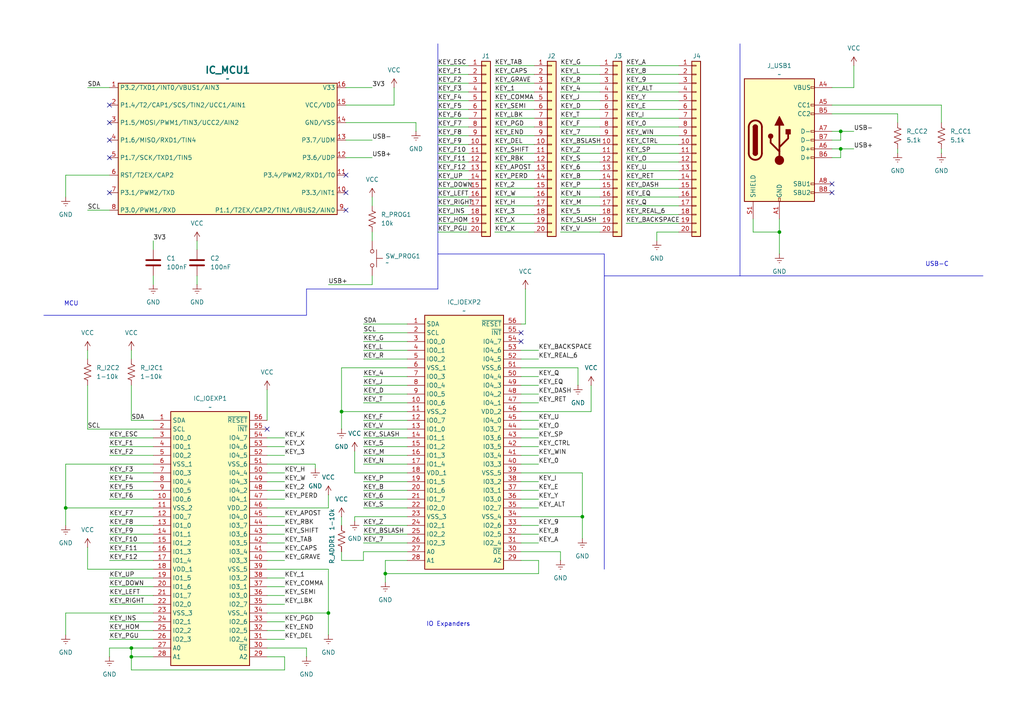
<source format=kicad_sch>
(kicad_sch (version 20231120) (generator "eeschema") (generator_version "8.0")
  (paper "A4")
  (title_block (title "PS-OHK Control Board") (date "2024-06-25") (rev "3") (company "Polymath-Studio"))
  (lib_symbols
    (symbol "Connector:USB_C_Receptacle_USB2.0_16P" (pin_names (offset 1.016))
      (property "Reference" "J" (at 0 22.225 0))
      (property "Value" "USB_C_Receptacle_USB2.0_16P" (at 0 19.685 0))
      (symbol "USB_C_Receptacle_USB2.0_16P_0_0"
        (rectangle (start -0.254 -17.78) (end 0.254 -16.764))
        (rectangle (start 10.16 -14.986) (end 9.144 -15.494))
        (rectangle (start 10.16 -12.446) (end 9.144 -12.954))
        (rectangle (start 10.16 -4.826) (end 9.144 -5.334))
        (rectangle (start 10.16 -2.286) (end 9.144 -2.794))
        (rectangle (start 10.16 0.254) (end 9.144 -0.254))
        (rectangle (start 10.16 2.794) (end 9.144 2.286))
        (rectangle (start 10.16 7.874) (end 9.144 7.366))
        (rectangle (start 10.16 10.414) (end 9.144 9.906))
        (rectangle (start 10.16 15.494) (end 9.144 14.986))
      )
      (symbol "USB_C_Receptacle_USB2.0_16P_0_1"
        (rectangle (start -10.16 17.78) (end 10.16 -17.78) (stroke (width 0.254)) (fill (type background)))
        (arc (start -8.89 -3.81) (mid -6.985 -5.7067) (end -5.08 -3.81) (stroke (width 0.508)))
        (arc (start -7.62 -3.81) (mid -6.985 -4.4423) (end -6.35 -3.81) (stroke (width 0.254)))
        (arc (start -7.62 -3.81) (mid -6.985 -4.4423) (end -6.35 -3.81) (stroke (width 0.254)) (fill (type outline)))
        (rectangle (start -7.62 -3.81) (end -6.35 3.81) (stroke (width 0.254)) (fill (type outline)))
        (arc (start -6.35 3.81) (mid -6.985 4.4423) (end -7.62 3.81) (stroke (width 0.254)))
        (arc (start -6.35 3.81) (mid -6.985 4.4423) (end -7.62 3.81) (stroke (width 0.254)) (fill (type outline)))
        (arc (start -5.08 3.81) (mid -6.985 5.7067) (end -8.89 3.81) (stroke (width 0.508)))
        (circle (center -2.54 1.143) (radius 0.635) (stroke (width 0.254)) (fill (type outline)))
        (circle (center 0 -5.842) (radius 1.27) (fill (type outline)))
        (polyline (pts (xy -8.89 -3.81) (xy -8.89 3.81)) (stroke (width 0.508)))
        (polyline (pts (xy -5.08 3.81) (xy -5.08 -3.81)) (stroke (width 0.508)))
        (polyline (pts (xy 0 -5.842) (xy 0 4.318)) (stroke (width 0.508)))
        (polyline (pts (xy 0 -3.302) (xy -2.54 -0.762) (xy -2.54 0.508)) (stroke (width 0.508)))
        (polyline (pts (xy 0 -2.032) (xy 2.54 0.508) (xy 2.54 1.778)) (stroke (width 0.508)))
        (polyline (pts (xy -1.27 4.318) (xy 0 6.858) (xy 1.27 4.318) (xy -1.27 4.318)) (stroke (width 0.254)) (fill (type outline)))
        (rectangle (start 1.905 1.778) (end 3.175 3.048) (stroke (width 0.254)) (fill (type outline)))
      )
      (symbol "USB_C_Receptacle_USB2.0_16P_1_1"
        (pin passive line (at 0 -22.86 90) (length 5.08) (name "GND") (number "A1"))
        (pin passive line (at 0 -22.86 90) (length 5.08) hide (name "GND") (number "A12"))
        (pin passive line (at 15.24 15.24 180) (length 5.08) (name "VBUS") (number "A4"))
        (pin bidirectional line (at 15.24 10.16 180) (length 5.08) (name "CC1") (number "A5"))
        (pin bidirectional line (at 15.24 -2.54 180) (length 5.08) (name "D+") (number "A6"))
        (pin bidirectional line (at 15.24 2.54 180) (length 5.08) (name "D-") (number "A7"))
        (pin bidirectional line (at 15.24 -12.7 180) (length 5.08) (name "SBU1") (number "A8"))
        (pin passive line (at 15.24 15.24 180) (length 5.08) hide (name "VBUS") (number "A9"))
        (pin passive line (at 0 -22.86 90) (length 5.08) hide (name "GND") (number "B1"))
        (pin passive line (at 0 -22.86 90) (length 5.08) hide (name "GND") (number "B12"))
        (pin passive line (at 15.24 15.24 180) (length 5.08) hide (name "VBUS") (number "B4"))
        (pin bidirectional line (at 15.24 7.62 180) (length 5.08) (name "CC2") (number "B5"))
        (pin bidirectional line (at 15.24 -5.08 180) (length 5.08) (name "D+") (number "B6"))
        (pin bidirectional line (at 15.24 0 180) (length 5.08) (name "D-") (number "B7"))
        (pin bidirectional line (at 15.24 -15.24 180) (length 5.08) (name "SBU2") (number "B8"))
        (pin passive line (at 15.24 15.24 180) (length 5.08) hide (name "VBUS") (number "B9"))
        (pin passive line (at -7.62 -22.86 90) (length 5.08) (name "SHIELD") (number "S1"))
      )
    )
    (symbol "Connector_Generic:Conn_01x20" (pin_names (offset 1.016) hide)
      (property "Reference" "J" (at 0 25.4 0))
      (property "Value" "Conn_01x20" (at 0 -27.94 0))
      (symbol "Conn_01x20_1_1"
        (rectangle (start -1.27 -25.273) (end 0 -25.527) (stroke (width 0.1524)))
        (rectangle (start -1.27 -22.733) (end 0 -22.987) (stroke (width 0.1524)))
        (rectangle (start -1.27 -20.193) (end 0 -20.447) (stroke (width 0.1524)))
        (rectangle (start -1.27 -17.653) (end 0 -17.907) (stroke (width 0.1524)))
        (rectangle (start -1.27 -15.113) (end 0 -15.367) (stroke (width 0.1524)))
        (rectangle (start -1.27 -12.573) (end 0 -12.827) (stroke (width 0.1524)))
        (rectangle (start -1.27 -10.033) (end 0 -10.287) (stroke (width 0.1524)))
        (rectangle (start -1.27 -7.493) (end 0 -7.747) (stroke (width 0.1524)))
        (rectangle (start -1.27 -4.953) (end 0 -5.207) (stroke (width 0.1524)))
        (rectangle (start -1.27 -2.413) (end 0 -2.667) (stroke (width 0.1524)))
        (rectangle (start -1.27 0.127) (end 0 -0.127) (stroke (width 0.1524)))
        (rectangle (start -1.27 2.667) (end 0 2.413) (stroke (width 0.1524)))
        (rectangle (start -1.27 5.207) (end 0 4.953) (stroke (width 0.1524)))
        (rectangle (start -1.27 7.747) (end 0 7.493) (stroke (width 0.1524)))
        (rectangle (start -1.27 10.287) (end 0 10.033) (stroke (width 0.1524)))
        (rectangle (start -1.27 12.827) (end 0 12.573) (stroke (width 0.1524)))
        (rectangle (start -1.27 15.367) (end 0 15.113) (stroke (width 0.1524)))
        (rectangle (start -1.27 17.907) (end 0 17.653) (stroke (width 0.1524)))
        (rectangle (start -1.27 20.447) (end 0 20.193) (stroke (width 0.1524)))
        (rectangle (start -1.27 22.987) (end 0 22.733) (stroke (width 0.1524)))
        (rectangle (start -1.27 24.13) (end 1.27 -26.67) (stroke (width 0.254)) (fill (type background)))
        (pin passive line (at -5.08 22.86 0) (length 3.81) (name "Pin_1") (number "1"))
        (pin passive line (at -5.08 0 0) (length 3.81) (name "Pin_10") (number "10"))
        (pin passive line (at -5.08 -2.54 0) (length 3.81) (name "Pin_11") (number "11"))
        (pin passive line (at -5.08 -5.08 0) (length 3.81) (name "Pin_12") (number "12"))
        (pin passive line (at -5.08 -7.62 0) (length 3.81) (name "Pin_13") (number "13"))
        (pin passive line (at -5.08 -10.16 0) (length 3.81) (name "Pin_14") (number "14"))
        (pin passive line (at -5.08 -12.7 0) (length 3.81) (name "Pin_15") (number "15"))
        (pin passive line (at -5.08 -15.24 0) (length 3.81) (name "Pin_16") (number "16"))
        (pin passive line (at -5.08 -17.78 0) (length 3.81) (name "Pin_17") (number "17"))
        (pin passive line (at -5.08 -20.32 0) (length 3.81) (name "Pin_18") (number "18"))
        (pin passive line (at -5.08 -22.86 0) (length 3.81) (name "Pin_19") (number "19"))
        (pin passive line (at -5.08 20.32 0) (length 3.81) (name "Pin_2") (number "2"))
        (pin passive line (at -5.08 -25.4 0) (length 3.81) (name "Pin_20") (number "20"))
        (pin passive line (at -5.08 17.78 0) (length 3.81) (name "Pin_3") (number "3"))
        (pin passive line (at -5.08 15.24 0) (length 3.81) (name "Pin_4") (number "4"))
        (pin passive line (at -5.08 12.7 0) (length 3.81) (name "Pin_5") (number "5"))
        (pin passive line (at -5.08 10.16 0) (length 3.81) (name "Pin_6") (number "6"))
        (pin passive line (at -5.08 7.62 0) (length 3.81) (name "Pin_7") (number "7"))
        (pin passive line (at -5.08 5.08 0) (length 3.81) (name "Pin_8") (number "8"))
        (pin passive line (at -5.08 2.54 0) (length 3.81) (name "Pin_9") (number "9"))
      )
    )
    (symbol "Device:C" (pin_numbers hide) (pin_names (offset 0.254))
      (property "Reference" "C" (at 0.635 2.54 0))
      (property "Value" "C" (at 0.635 -2.54 0))
      (symbol "C_0_1"
        (polyline (pts (xy -2.032 -0.762) (xy 2.032 -0.762)) (stroke (width 0.508)))
        (polyline (pts (xy -2.032 0.762) (xy 2.032 0.762)) (stroke (width 0.508)))
      )
      (symbol "C_1_1"
        (pin passive line (at 0 3.81 270) (length 2.794) (name "~") (number "1"))
        (pin passive line (at 0 -3.81 90) (length 2.794) (name "~") (number "2"))
      )
    )
    (symbol "Device:R_US" (pin_numbers hide) (pin_names (offset 0))
      (property "Reference" "R" (at 2.54 0 90))
      (property "Value" "R_US" (at -2.54 0 90))
      (symbol "R_US_0_1"
        (polyline (pts (xy 0 -2.286) (xy 0 -2.54)))
        (polyline (pts (xy 0 2.286) (xy 0 2.54)))
        (polyline (pts (xy 0 -0.762) (xy 1.016 -1.143) (xy 0 -1.524) (xy -1.016 -1.905) (xy 0 -2.286)))
        (polyline (pts (xy 0 0.762) (xy 1.016 0.381) (xy 0 0) (xy -1.016 -0.381) (xy 0 -0.762)))
        (polyline (pts (xy 0 2.286) (xy 1.016 1.905) (xy 0 1.524) (xy -1.016 1.143) (xy 0 0.762)))
      )
      (symbol "R_US_1_1"
        (pin passive line (at 0 3.81 270) (length 1.27) (name "~") (number "1"))
        (pin passive line (at 0 -3.81 90) (length 1.27) (name "~") (number "2"))
      )
    )
    (symbol "PCA9505DGGY:PCA9505DGGY"
      (property "Reference" "IC" (at 29.21 7.62 0))
      (property "Value" "PCA9505DGGY" (at 29.21 5.08 0))
      (symbol "PCA9505DGGY_1_1"
        (rectangle (start 5.08 2.54) (end 27.94 -71.12) (stroke (width 0.254)) (fill (type background)))
        (pin passive line (at 0 0 0) (length 5.08) (name "SDA") (number "1"))
        (pin passive line (at 0 -22.86 0) (length 5.08) (name "IO0_6") (number "10"))
        (pin passive line (at 0 -25.4 0) (length 5.08) (name "VSS_2") (number "11"))
        (pin passive line (at 0 -27.94 0) (length 5.08) (name "IO0_7") (number "12"))
        (pin passive line (at 0 -30.48 0) (length 5.08) (name "IO1_0") (number "13"))
        (pin passive line (at 0 -33.02 0) (length 5.08) (name "IO1_1") (number "14"))
        (pin passive line (at 0 -35.56 0) (length 5.08) (name "IO1_2") (number "15"))
        (pin passive line (at 0 -38.1 0) (length 5.08) (name "IO1_3") (number "16"))
        (pin passive line (at 0 -40.64 0) (length 5.08) (name "IO1_4") (number "17"))
        (pin passive line (at 0 -43.18 0) (length 5.08) (name "VDD_1") (number "18"))
        (pin passive line (at 0 -45.72 0) (length 5.08) (name "IO1_5") (number "19"))
        (pin passive line (at 0 -2.54 0) (length 5.08) (name "SCL") (number "2"))
        (pin passive line (at 0 -48.26 0) (length 5.08) (name "IO1_6") (number "20"))
        (pin passive line (at 0 -50.8 0) (length 5.08) (name "IO1_7") (number "21"))
        (pin passive line (at 0 -53.34 0) (length 5.08) (name "IO2_0") (number "22"))
        (pin passive line (at 0 -55.88 0) (length 5.08) (name "VSS_3") (number "23"))
        (pin passive line (at 0 -58.42 0) (length 5.08) (name "IO2_1") (number "24"))
        (pin passive line (at 0 -60.96 0) (length 5.08) (name "IO2_2") (number "25"))
        (pin passive line (at 0 -63.5 0) (length 5.08) (name "IO2_3") (number "26"))
        (pin passive line (at 0 -66.04 0) (length 5.08) (name "A0") (number "27"))
        (pin passive line (at 0 -68.58 0) (length 5.08) (name "A1") (number "28"))
        (pin passive line (at 33.02 -68.58 180) (length 5.08) (name "A2") (number "29"))
        (pin passive line (at 0 -5.08 0) (length 5.08) (name "IO0_0") (number "3"))
        (pin passive line (at 33.02 -66.04 180) (length 5.08) (name "~{OE}") (number "30"))
        (pin passive line (at 33.02 -63.5 180) (length 5.08) (name "IO2_4") (number "31"))
        (pin passive line (at 33.02 -60.96 180) (length 5.08) (name "IO2_5") (number "32"))
        (pin passive line (at 33.02 -58.42 180) (length 5.08) (name "IO2_6") (number "33"))
        (pin passive line (at 33.02 -55.88 180) (length 5.08) (name "VSS_4") (number "34"))
        (pin passive line (at 33.02 -53.34 180) (length 5.08) (name "IO2_7") (number "35"))
        (pin passive line (at 33.02 -50.8 180) (length 5.08) (name "IO3_0") (number "36"))
        (pin passive line (at 33.02 -48.26 180) (length 5.08) (name "IO3_1") (number "37"))
        (pin passive line (at 33.02 -45.72 180) (length 5.08) (name "IO3_2") (number "38"))
        (pin passive line (at 33.02 -43.18 180) (length 5.08) (name "VSS_5") (number "39"))
        (pin passive line (at 0 -7.62 0) (length 5.08) (name "IO0_1") (number "4"))
        (pin passive line (at 33.02 -40.64 180) (length 5.08) (name "IO3_3") (number "40"))
        (pin passive line (at 33.02 -38.1 180) (length 5.08) (name "IO3_4") (number "41"))
        (pin passive line (at 33.02 -35.56 180) (length 5.08) (name "IO3_5") (number "42"))
        (pin passive line (at 33.02 -33.02 180) (length 5.08) (name "IO3_6") (number "43"))
        (pin passive line (at 33.02 -30.48 180) (length 5.08) (name "IO3_7") (number "44"))
        (pin passive line (at 33.02 -27.94 180) (length 5.08) (name "IO4_0") (number "45"))
        (pin passive line (at 33.02 -25.4 180) (length 5.08) (name "VDD_2") (number "46"))
        (pin passive line (at 33.02 -22.86 180) (length 5.08) (name "IO4_1") (number "47"))
        (pin passive line (at 33.02 -20.32 180) (length 5.08) (name "IO4_2") (number "48"))
        (pin passive line (at 33.02 -17.78 180) (length 5.08) (name "IO4_3") (number "49"))
        (pin passive line (at 0 -10.16 0) (length 5.08) (name "IO0_2") (number "5"))
        (pin passive line (at 33.02 -15.24 180) (length 5.08) (name "IO4_4") (number "50"))
        (pin passive line (at 33.02 -12.7 180) (length 5.08) (name "VSS_6") (number "51"))
        (pin passive line (at 33.02 -10.16 180) (length 5.08) (name "IO4_5") (number "52"))
        (pin passive line (at 33.02 -7.62 180) (length 5.08) (name "IO4_6") (number "53"))
        (pin passive line (at 33.02 -5.08 180) (length 5.08) (name "IO4_7") (number "54"))
        (pin passive line (at 33.02 -2.54 180) (length 5.08) (name "~{INT}") (number "55"))
        (pin passive line (at 33.02 0 180) (length 5.08) (name "~{RESET}") (number "56"))
        (pin passive line (at 0 -12.7 0) (length 5.08) (name "VSS_1") (number "6"))
        (pin passive line (at 0 -15.24 0) (length 5.08) (name "IO0_3") (number "7"))
        (pin passive line (at 0 -17.78 0) (length 5.08) (name "IO0_4") (number "8"))
        (pin passive line (at 0 -20.32 0) (length 5.08) (name "IO0_5") (number "9"))
      )
    )
    (symbol "Switch:SW_Push" (pin_numbers hide) (pin_names (offset 1.016) hide)
      (property "Reference" "SW" (at 1.27 2.54 0))
      (property "Value" "SW_Push" (at 0 -1.524 0))
      (symbol "SW_Push_0_1"
        (circle (center -2.032 0) (radius 0.508))
        (polyline (pts (xy 0 1.27) (xy 0 3.048)))
        (polyline (pts (xy 2.54 1.27) (xy -2.54 1.27)))
        (circle (center 2.032 0) (radius 0.508))
        (pin passive line (at -5.08 0 0) (length 2.54) (name "1") (number "1"))
        (pin passive line (at 5.08 0 180) (length 2.54) (name "2") (number "2"))
      )
    )
    (symbol "ch552g:CH552G"
      (property "Reference" "IC" (at 2.0066 -6.35 0))
      (property "Value" "CH552G" (at -3.81 13.97 0))
      (symbol "CH552G_0_1"
        (rectangle (start -31.75 12.7) (end 31.75 -25.4) (stroke (width 0.254)) (fill (type background)))
      )
      (symbol "CH552G_1_1"
        (pin bidirectional line (at -34.29 11.43 0) (length 2.54) (name "P3.2/TXD1/INT0/VBUS1/AIN3") (number "1"))
        (pin bidirectional line (at 34.29 -19.05 180) (length 2.54) (name "P3.3/INT1") (number "10"))
        (pin bidirectional line (at 34.29 -13.97 180) (length 2.54) (name "P3.4/PWM2/RXD1/T0") (number "11"))
        (pin bidirectional line (at 34.29 -8.89 180) (length 2.54) (name "P3.6/UDP") (number "12"))
        (pin bidirectional line (at 34.29 -3.81 180) (length 2.54) (name "P3.7/UDM") (number "13"))
        (pin power_in line (at 34.29 1.27 180) (length 2.54) (name "GND/VSS") (number "14"))
        (pin power_in line (at 34.29 6.35 180) (length 2.54) (name "VCC/VDD") (number "15"))
        (pin power_in line (at 34.29 11.43 180) (length 2.54) (name "V33") (number "16"))
        (pin bidirectional line (at -34.29 6.35 0) (length 2.54) (name "P1.4/T2/CAP1/SCS/TIN2/UCC1/AIN1") (number "2"))
        (pin bidirectional line (at -34.29 1.27 0) (length 2.54) (name "P1.5/MOSI/PWM1/TIN3/UCC2/AIN2") (number "3"))
        (pin bidirectional line (at -34.29 -3.81 0) (length 2.54) (name "P1.6/MISO/RXD1/TIN4") (number "4"))
        (pin bidirectional line (at -34.29 -8.89 0) (length 2.54) (name "P1.7/SCK/TXD1/TIN5") (number "5"))
        (pin bidirectional line (at -34.29 -13.97 0) (length 2.54) (name "RST/T2EX/CAP2") (number "6"))
        (pin bidirectional line (at -34.29 -19.05 0) (length 2.54) (name "P3.1/PWM2/TXD") (number "7"))
        (pin bidirectional line (at -34.29 -24.13 0) (length 2.54) (name "P3.0/PWM1/RXD") (number "8"))
        (pin bidirectional line (at 34.29 -24.13 180) (length 2.54) (name "P1.1/T2EX/CAP2/TIN1/VBUS2/AIN0") (number "9"))
      )
    )
    (symbol "power:Earth" (power) (pin_numbers hide) (pin_names (offset 0) hide)
      (property "Value" "Earth" (at 0 -3.81 0))
      (symbol "Earth_0_1"
        (polyline (pts (xy -0.635 -1.905) (xy 0.635 -1.905)))
        (polyline (pts (xy -0.127 -2.54) (xy 0.127 -2.54)))
        (polyline (pts (xy 0 -1.27) (xy 0 0)))
        (polyline (pts (xy 1.27 -1.27) (xy -1.27 -1.27)))
      )
      (symbol "Earth_1_1"
        (pin power_in line (at 0 0 270) (length 0) (name "~") (number "1"))
      )
    )
    (symbol "power:VCC" (power) (pin_numbers hide) (pin_names (offset 0) hide)
      (property "Value" "VCC" (at 0 3.556 0))
      (symbol "VCC_0_1"
        (polyline (pts (xy -0.762 1.27) (xy 0 2.54)))
        (polyline (pts (xy 0 0) (xy 0 2.54)))
        (polyline (pts (xy 0 2.54) (xy 0.762 1.27)))
      )
      (symbol "VCC_1_1"
        (pin power_in line (at 0 0 90) (length 0) (name "~") (number "1"))
      )
    )
  )
  (junction (at 38.1 187.96))
  (junction (at 168.91 149.86))
  (junction (at 226.06 67.31))
  (junction (at 111.76 166.37))
  (junction (at 243.84 43.18))
  (junction (at 38.1 190.5))
  (junction (at 243.84 38.1))
  (junction (at 95.25 177.8))
  (junction (at 19.05 147.32))
  (junction (at 99.06 119.38))
  (no_connect (at 31.75 45.72))
  (no_connect (at 151.13 99.06))
  (no_connect (at 31.75 55.88))
  (no_connect (at 31.75 35.56))
  (no_connect (at 31.75 30.48))
  (no_connect (at 31.75 40.64))
  (no_connect (at 100.33 55.88))
  (no_connect (at 100.33 60.96))
  (no_connect (at 241.3 55.88))
  (no_connect (at 241.3 53.34))
  (no_connect (at 100.33 50.8))
  (no_connect (at 77.47 124.46))
  (no_connect (at 151.13 96.52))
  (wire (pts (xy 127 52.07) (xy 135.89 52.07)))
  (polyline (pts (xy 175.26 73.66) (xy 127 73.66)))
  (wire (pts (xy 190.5 67.31) (xy 196.85 67.31)))
  (wire (pts (xy 31.75 149.86) (xy 44.45 149.86)))
  (wire (pts (xy 99.06 162.56) (xy 105.41 162.56)))
  (wire (pts (xy 38.1 187.96) (xy 44.45 187.96)))
  (wire (pts (xy 82.55 152.4) (xy 77.47 152.4)))
  (wire (pts (xy 143.51 54.61) (xy 154.94 54.61)))
  (wire (pts (xy 143.51 31.75) (xy 154.94 31.75)))
  (wire (pts (xy 31.75 154.94) (xy 44.45 154.94)))
  (wire (pts (xy 156.21 134.62) (xy 151.13 134.62)))
  (wire (pts (xy 99.06 106.68) (xy 99.06 119.38)))
  (wire (pts (xy 105.41 134.62) (xy 118.11 134.62)))
  (wire (pts (xy 273.05 30.48) (xy 273.05 35.56)))
  (wire (pts (xy 181.61 46.99) (xy 196.85 46.99)))
  (wire (pts (xy 25.4 124.46) (xy 25.4 111.76)))
  (wire (pts (xy 181.61 19.05) (xy 196.85 19.05)))
  (wire (pts (xy 100.33 40.64) (xy 107.95 40.64)))
  (wire (pts (xy 181.61 59.69) (xy 196.85 59.69)))
  (wire (pts (xy 168.91 137.16) (xy 168.91 149.86)))
  (wire (pts (xy 105.41 132.08) (xy 118.11 132.08)))
  (wire (pts (xy 181.61 41.91) (xy 196.85 41.91)))
  (wire (pts (xy 95.25 165.1) (xy 95.25 177.8)))
  (wire (pts (xy 181.61 34.29) (xy 196.85 34.29)))
  (wire (pts (xy 181.61 64.77) (xy 196.85 64.77)))
  (wire (pts (xy 82.55 139.7) (xy 77.47 139.7)))
  (wire (pts (xy 127 67.31) (xy 135.89 67.31)))
  (wire (pts (xy 118.11 162.56) (xy 111.76 162.56)))
  (wire (pts (xy 38.1 121.92) (xy 44.45 121.92)))
  (wire (pts (xy 105.41 116.84) (xy 118.11 116.84)))
  (wire (pts (xy 95.25 143.51) (xy 95.25 147.32)))
  (wire (pts (xy 82.55 132.08) (xy 77.47 132.08)))
  (wire (pts (xy 31.75 142.24) (xy 44.45 142.24)))
  (wire (pts (xy 162.56 57.15) (xy 173.99 57.15)))
  (wire (pts (xy 241.3 30.48) (xy 273.05 30.48)))
  (wire (pts (xy 82.55 175.26) (xy 77.47 175.26)))
  (wire (pts (xy 107.95 82.55) (xy 95.25 82.55)))
  (wire (pts (xy 77.47 165.1) (xy 95.25 165.1)))
  (wire (pts (xy 143.51 67.31) (xy 154.94 67.31)))
  (wire (pts (xy 107.95 57.15) (xy 107.95 59.69)))
  (wire (pts (xy 82.55 142.24) (xy 77.47 142.24)))
  (wire (pts (xy 127 24.13) (xy 135.89 24.13)))
  (wire (pts (xy 171.45 111.76) (xy 171.45 119.38)))
  (wire (pts (xy 127 39.37) (xy 135.89 39.37)))
  (wire (pts (xy 243.84 38.1) (xy 247.65 38.1)))
  (wire (pts (xy 162.56 36.83) (xy 173.99 36.83)))
  (wire (pts (xy 162.56 19.05) (xy 173.99 19.05)))
  (wire (pts (xy 105.41 96.52) (xy 118.11 96.52)))
  (wire (pts (xy 82.55 137.16) (xy 77.47 137.16)))
  (wire (pts (xy 77.47 190.5) (xy 82.55 190.5)))
  (wire (pts (xy 127 46.99) (xy 135.89 46.99)))
  (wire (pts (xy 181.61 44.45) (xy 196.85 44.45)))
  (wire (pts (xy 226.06 67.31) (xy 226.06 63.5)))
  (wire (pts (xy 151.13 119.38) (xy 171.45 119.38)))
  (wire (pts (xy 111.76 168.91) (xy 111.76 166.37)))
  (wire (pts (xy 19.05 134.62) (xy 19.05 147.32)))
  (wire (pts (xy 181.61 24.13) (xy 196.85 24.13)))
  (wire (pts (xy 118.11 137.16) (xy 102.87 137.16)))
  (wire (pts (xy 181.61 39.37) (xy 196.85 39.37)))
  (wire (pts (xy 44.45 80.01) (xy 44.45 82.55)))
  (wire (pts (xy 243.84 40.64) (xy 243.84 38.1)))
  (wire (pts (xy 143.51 64.77) (xy 154.94 64.77)))
  (wire (pts (xy 181.61 31.75) (xy 196.85 31.75)))
  (wire (pts (xy 99.06 149.86) (xy 99.06 152.4)))
  (wire (pts (xy 156.21 129.54) (xy 151.13 129.54)))
  (wire (pts (xy 99.06 160.02) (xy 99.06 162.56)))
  (wire (pts (xy 19.05 50.8) (xy 31.75 50.8)))
  (wire (pts (xy 31.75 137.16) (xy 44.45 137.16)))
  (wire (pts (xy 127 59.69) (xy 135.89 59.69)))
  (wire (pts (xy 241.3 40.64) (xy 243.84 40.64)))
  (wire (pts (xy 31.75 170.18) (xy 44.45 170.18)))
  (wire (pts (xy 162.56 62.23) (xy 173.99 62.23)))
  (wire (pts (xy 105.41 111.76) (xy 118.11 111.76)))
  (wire (pts (xy 143.51 39.37) (xy 154.94 39.37)))
  (wire (pts (xy 156.21 162.56) (xy 156.21 166.37)))
  (wire (pts (xy 100.33 45.72) (xy 107.95 45.72)))
  (wire (pts (xy 151.13 106.68) (xy 167.64 106.68)))
  (wire (pts (xy 127 44.45) (xy 135.89 44.45)))
  (wire (pts (xy 19.05 147.32) (xy 19.05 152.4)))
  (wire (pts (xy 156.21 144.78) (xy 151.13 144.78)))
  (polyline (pts (xy 12.7 91.44) (xy 88.9 91.44)))
  (wire (pts (xy 162.56 26.67) (xy 173.99 26.67)))
  (wire (pts (xy 111.76 166.37) (xy 111.76 162.56)))
  (wire (pts (xy 241.3 25.4) (xy 247.65 25.4)))
  (wire (pts (xy 127 49.53) (xy 135.89 49.53)))
  (wire (pts (xy 114.3 30.48) (xy 114.3 25.4)))
  (wire (pts (xy 82.55 129.54) (xy 77.47 129.54)))
  (wire (pts (xy 77.47 187.96) (xy 88.9 187.96)))
  (wire (pts (xy 82.55 194.31) (xy 38.1 194.31)))
  (wire (pts (xy 143.51 24.13) (xy 154.94 24.13)))
  (wire (pts (xy 181.61 62.23) (xy 196.85 62.23)))
  (wire (pts (xy 105.41 104.14) (xy 118.11 104.14)))
  (wire (pts (xy 100.33 30.48) (xy 114.3 30.48)))
  (wire (pts (xy 31.75 144.78) (xy 44.45 144.78)))
  (wire (pts (xy 162.56 39.37) (xy 173.99 39.37)))
  (wire (pts (xy 152.4 83.82) (xy 152.4 93.98)))
  (wire (pts (xy 99.06 119.38) (xy 99.06 124.46)))
  (wire (pts (xy 25.4 60.96) (xy 31.75 60.96)))
  (wire (pts (xy 143.51 19.05) (xy 154.94 19.05)))
  (wire (pts (xy 162.56 64.77) (xy 173.99 64.77)))
  (wire (pts (xy 19.05 184.15) (xy 19.05 177.8)))
  (polyline (pts (xy 175.26 165.1) (xy 175.26 80.01)))
  (wire (pts (xy 156.21 152.4) (xy 151.13 152.4)))
  (wire (pts (xy 151.13 154.94) (xy 156.21 154.94)))
  (wire (pts (xy 31.75 185.42) (xy 44.45 185.42)))
  (wire (pts (xy 168.91 149.86) (xy 168.91 156.21)))
  (wire (pts (xy 156.21 111.76) (xy 151.13 111.76)))
  (wire (pts (xy 143.51 57.15) (xy 154.94 57.15)))
  (wire (pts (xy 127 31.75) (xy 135.89 31.75)))
  (wire (pts (xy 82.55 154.94) (xy 77.47 154.94)))
  (wire (pts (xy 181.61 57.15) (xy 196.85 57.15)))
  (wire (pts (xy 105.41 109.22) (xy 118.11 109.22)))
  (wire (pts (xy 77.47 113.03) (xy 77.47 121.92)))
  (wire (pts (xy 156.21 116.84) (xy 151.13 116.84)))
  (wire (pts (xy 82.55 127) (xy 77.47 127)))
  (wire (pts (xy 99.06 119.38) (xy 118.11 119.38)))
  (wire (pts (xy 260.35 44.45) (xy 260.35 43.18)))
  (wire (pts (xy 88.9 187.96) (xy 88.9 190.5)))
  (wire (pts (xy 120.65 35.56) (xy 120.65 38.1)))
  (wire (pts (xy 247.65 19.05) (xy 247.65 25.4)))
  (polyline (pts (xy 175.26 80.01) (xy 175.26 73.66)))
  (wire (pts (xy 77.47 134.62) (xy 91.44 134.62)))
  (wire (pts (xy 162.56 41.91) (xy 173.99 41.91)))
  (wire (pts (xy 127 54.61) (xy 135.89 54.61)))
  (polyline (pts (xy 175.26 80.01) (xy 214.63 80.01)))
  (wire (pts (xy 241.3 33.02) (xy 260.35 33.02)))
  (wire (pts (xy 31.75 172.72) (xy 44.45 172.72)))
  (wire (pts (xy 38.1 190.5) (xy 38.1 187.96)))
  (wire (pts (xy 168.91 149.86) (xy 151.13 149.86)))
  (wire (pts (xy 127 29.21) (xy 135.89 29.21)))
  (wire (pts (xy 105.41 152.4) (xy 118.11 152.4)))
  (wire (pts (xy 156.21 142.24) (xy 151.13 142.24)))
  (wire (pts (xy 181.61 49.53) (xy 196.85 49.53)))
  (wire (pts (xy 44.45 124.46) (xy 25.4 124.46)))
  (wire (pts (xy 105.41 142.24) (xy 118.11 142.24)))
  (wire (pts (xy 31.75 157.48) (xy 44.45 157.48)))
  (wire (pts (xy 105.41 160.02) (xy 118.11 160.02)))
  (wire (pts (xy 100.33 25.4) (xy 107.95 25.4)))
  (wire (pts (xy 105.41 157.48) (xy 118.11 157.48)))
  (wire (pts (xy 105.41 144.78) (xy 118.11 144.78)))
  (wire (pts (xy 143.51 62.23) (xy 154.94 62.23)))
  (wire (pts (xy 102.87 149.86) (xy 118.11 149.86)))
  (wire (pts (xy 143.51 29.21) (xy 154.94 29.21)))
  (wire (pts (xy 95.25 177.8) (xy 95.25 184.15)))
  (wire (pts (xy 44.45 69.85) (xy 44.45 72.39)))
  (wire (pts (xy 25.4 165.1) (xy 25.4 158.75)))
  (wire (pts (xy 100.33 35.56) (xy 120.65 35.56)))
  (wire (pts (xy 31.75 132.08) (xy 44.45 132.08)))
  (wire (pts (xy 31.75 152.4) (xy 44.45 152.4)))
  (wire (pts (xy 127 34.29) (xy 135.89 34.29)))
  (wire (pts (xy 127 57.15) (xy 135.89 57.15)))
  (wire (pts (xy 127 36.83) (xy 135.89 36.83)))
  (wire (pts (xy 44.45 134.62) (xy 19.05 134.62)))
  (wire (pts (xy 82.55 144.78) (xy 77.47 144.78)))
  (wire (pts (xy 156.21 124.46) (xy 151.13 124.46)))
  (wire (pts (xy 143.51 59.69) (xy 154.94 59.69)))
  (wire (pts (xy 156.21 109.22) (xy 151.13 109.22)))
  (wire (pts (xy 77.47 147.32) (xy 95.25 147.32)))
  (wire (pts (xy 105.41 121.92) (xy 118.11 121.92)))
  (wire (pts (xy 156.21 132.08) (xy 151.13 132.08)))
  (wire (pts (xy 105.41 127) (xy 118.11 127)))
  (wire (pts (xy 105.41 129.54) (xy 118.11 129.54)))
  (wire (pts (xy 82.55 170.18) (xy 77.47 170.18)))
  (wire (pts (xy 31.75 129.54) (xy 44.45 129.54)))
  (wire (pts (xy 127 21.59) (xy 135.89 21.59)))
  (wire (pts (xy 243.84 45.72) (xy 243.84 43.18)))
  (wire (pts (xy 151.13 137.16) (xy 168.91 137.16)))
  (wire (pts (xy 156.21 166.37) (xy 111.76 166.37)))
  (wire (pts (xy 105.41 101.6) (xy 118.11 101.6)))
  (wire (pts (xy 162.56 52.07) (xy 173.99 52.07)))
  (wire (pts (xy 31.75 127) (xy 44.45 127)))
  (wire (pts (xy 162.56 44.45) (xy 173.99 44.45)))
  (wire (pts (xy 151.13 160.02) (xy 162.56 160.02)))
  (wire (pts (xy 31.75 187.96) (xy 38.1 187.96)))
  (wire (pts (xy 105.41 154.94) (xy 118.11 154.94)))
  (wire (pts (xy 31.75 139.7) (xy 44.45 139.7)))
  (wire (pts (xy 77.47 182.88) (xy 82.55 182.88)))
  (wire (pts (xy 82.55 162.56) (xy 77.47 162.56)))
  (wire (pts (xy 95.25 177.8) (xy 77.47 177.8)))
  (wire (pts (xy 162.56 160.02) (xy 162.56 162.56)))
  (wire (pts (xy 105.41 162.56) (xy 105.41 160.02)))
  (wire (pts (xy 31.75 175.26) (xy 44.45 175.26)))
  (polyline (pts (xy 88.9 83.82) (xy 127 83.82)))
  (wire (pts (xy 31.75 190.5) (xy 31.75 187.96)))
  (wire (pts (xy 162.56 34.29) (xy 173.99 34.29)))
  (wire (pts (xy 19.05 177.8) (xy 44.45 177.8)))
  (wire (pts (xy 31.75 182.88) (xy 44.45 182.88)))
  (wire (pts (xy 162.56 24.13) (xy 173.99 24.13)))
  (wire (pts (xy 226.06 73.66) (xy 226.06 67.31)))
  (wire (pts (xy 218.44 67.31) (xy 226.06 67.31)))
  (wire (pts (xy 156.21 147.32) (xy 151.13 147.32)))
  (wire (pts (xy 162.56 54.61) (xy 173.99 54.61)))
  (wire (pts (xy 243.84 43.18) (xy 247.65 43.18)))
  (wire (pts (xy 77.47 180.34) (xy 82.55 180.34)))
  (wire (pts (xy 127 41.91) (xy 135.89 41.91)))
  (wire (pts (xy 31.75 162.56) (xy 44.45 162.56)))
  (wire (pts (xy 105.41 139.7) (xy 118.11 139.7)))
  (wire (pts (xy 31.75 167.64) (xy 44.45 167.64)))
  (polyline (pts (xy 214.63 80.01) (xy 285.115 80.01)))
  (wire (pts (xy 181.61 26.67) (xy 196.85 26.67)))
  (wire (pts (xy 143.51 49.53) (xy 154.94 49.53)))
  (polyline (pts (xy 88.9 91.44) (xy 88.9 83.82)))
  (wire (pts (xy 181.61 29.21) (xy 196.85 29.21)))
  (wire (pts (xy 91.44 134.62) (xy 91.44 135.89)))
  (wire (pts (xy 44.45 190.5) (xy 38.1 190.5)))
  (wire (pts (xy 102.87 151.13) (xy 102.87 149.86)))
  (wire (pts (xy 162.56 46.99) (xy 173.99 46.99)))
  (polyline (pts (xy 127 12.7) (xy 127 83.82)))
  (wire (pts (xy 25.4 25.4) (xy 31.75 25.4)))
  (wire (pts (xy 19.05 147.32) (xy 44.45 147.32)))
  (wire (pts (xy 181.61 54.61) (xy 196.85 54.61)))
  (wire (pts (xy 241.3 43.18) (xy 243.84 43.18)))
  (wire (pts (xy 44.45 165.1) (xy 25.4 165.1)))
  (wire (pts (xy 31.75 180.34) (xy 44.45 180.34)))
  (wire (pts (xy 57.15 80.01) (xy 57.15 82.55)))
  (wire (pts (xy 57.15 69.85) (xy 57.15 72.39)))
  (wire (pts (xy 162.56 31.75) (xy 173.99 31.75)))
  (wire (pts (xy 156.21 121.92) (xy 151.13 121.92)))
  (wire (pts (xy 181.61 36.83) (xy 196.85 36.83)))
  (wire (pts (xy 156.21 127) (xy 151.13 127)))
  (wire (pts (xy 162.56 59.69) (xy 173.99 59.69)))
  (wire (pts (xy 38.1 111.76) (xy 38.1 121.92)))
  (wire (pts (xy 127 62.23) (xy 135.89 62.23)))
  (wire (pts (xy 156.21 101.6) (xy 151.13 101.6)))
  (wire (pts (xy 156.21 114.3) (xy 151.13 114.3)))
  (wire (pts (xy 181.61 52.07) (xy 196.85 52.07)))
  (wire (pts (xy 102.87 137.16) (xy 102.87 130.81)))
  (wire (pts (xy 107.95 67.31) (xy 107.95 69.85)))
  (wire (pts (xy 156.21 139.7) (xy 151.13 139.7)))
  (wire (pts (xy 127 19.05) (xy 135.89 19.05)))
  (wire (pts (xy 218.44 63.5) (xy 218.44 67.31)))
  (wire (pts (xy 181.61 21.59) (xy 196.85 21.59)))
  (wire (pts (xy 162.56 49.53) (xy 173.99 49.53)))
  (wire (pts (xy 25.4 101.6) (xy 25.4 104.14)))
  (wire (pts (xy 105.41 99.06) (xy 118.11 99.06)))
  (wire (pts (xy 38.1 101.6) (xy 38.1 104.14)))
  (wire (pts (xy 190.5 67.31) (xy 190.5 69.85)))
  (wire (pts (xy 82.55 157.48) (xy 77.47 157.48)))
  (wire (pts (xy 107.95 80.01) (xy 107.95 82.55)))
  (wire (pts (xy 105.41 114.3) (xy 118.11 114.3)))
  (wire (pts (xy 105.41 147.32) (xy 118.11 147.32)))
  (wire (pts (xy 143.51 44.45) (xy 154.94 44.45)))
  (wire (pts (xy 38.1 194.31) (xy 38.1 190.5)))
  (wire (pts (xy 241.3 38.1) (xy 243.84 38.1)))
  (wire (pts (xy 82.55 149.86) (xy 77.47 149.86)))
  (wire (pts (xy 162.56 21.59) (xy 173.99 21.59)))
  (wire (pts (xy 105.41 93.98) (xy 118.11 93.98)))
  (wire (pts (xy 143.51 41.91) (xy 154.94 41.91)))
  (wire (pts (xy 260.35 33.02) (xy 260.35 35.56)))
  (wire (pts (xy 31.75 160.02) (xy 44.45 160.02)))
  (wire (pts (xy 127 26.67) (xy 135.89 26.67)))
  (wire (pts (xy 273.05 43.18) (xy 273.05 44.45)))
  (polyline (pts (xy 214.63 12.7) (xy 214.63 80.01)))
  (wire (pts (xy 82.55 160.02) (xy 77.47 160.02)))
  (wire (pts (xy 143.51 21.59) (xy 154.94 21.59)))
  (wire (pts (xy 143.51 36.83) (xy 154.94 36.83)))
  (wire (pts (xy 143.51 52.07) (xy 154.94 52.07)))
  (wire (pts (xy 156.21 157.48) (xy 151.13 157.48)))
  (wire (pts (xy 82.55 167.64) (xy 77.47 167.64)))
  (wire (pts (xy 152.4 93.98) (xy 151.13 93.98)))
  (wire (pts (xy 151.13 104.14) (xy 156.21 104.14)))
  (wire (pts (xy 105.41 124.46) (xy 118.11 124.46)))
  (wire (pts (xy 77.47 185.42) (xy 82.55 185.42)))
  (wire (pts (xy 143.51 26.67) (xy 154.94 26.67)))
  (wire (pts (xy 82.55 172.72) (xy 77.47 172.72)))
  (wire (pts (xy 143.51 46.99) (xy 154.94 46.99)))
  (wire (pts (xy 167.64 106.68) (xy 167.64 111.76)))
  (wire (pts (xy 127 64.77) (xy 135.89 64.77)))
  (wire (pts (xy 151.13 162.56) (xy 156.21 162.56)))
  (wire (pts (xy 162.56 29.21) (xy 173.99 29.21)))
  (wire (pts (xy 162.56 67.31) (xy 173.99 67.31)))
  (wire (pts (xy 241.3 45.72) (xy 243.84 45.72)))
  (wire (pts (xy 19.05 50.8) (xy 19.05 57.15)))
  (wire (pts (xy 118.11 106.68) (xy 99.06 106.68)))
  (wire (pts (xy 82.55 190.5) (xy 82.55 194.31)))
  (wire (pts (xy 143.51 34.29) (xy 154.94 34.29)))
  (text "IO Expanders" (at 130.048 181.102 0) (effects (font (size 1.27 1.27))))
  (text "USB-C" (at 271.78 76.708 0) (effects (font (size 1.27 1.27))))
  (text "MCU" (at 18.542 88.9 0) (effects (font (size 1.27 1.27)) (justify left bottom)))
  (label "KEY_2" (at 82.55 142.24 0))
  (label "KEY_F7" (at 127 36.83 0))
  (label "KEY_HOM" (at 127 64.77 0))
  (label "KEY_SEMI" (at 143.51 31.75 0))
  (label "KEY_F4" (at 31.75 139.7 0))
  (label "KEY_8" (at 181.61 21.59 0))
  (label "KEY_EQ" (at 156.21 111.76 0))
  (label "KEY_BSLASH" (at 162.56 41.91 0))
  (label "KEY_RIGHT" (at 127 59.69 0))
  (label "KEY_U" (at 181.61 49.53 0))
  (label "KEY_U" (at 156.21 121.92 0))
  (label "KEY_S" (at 162.56 46.99 0))
  (label "KEY_Y" (at 156.21 144.78 0))
  (label "KEY_SHIFT" (at 82.55 154.94 0))
  (label "KEY_Q" (at 181.61 59.69 0))
  (label "KEY_RET" (at 156.21 116.84 0))
  (label "KEY_R" (at 105.41 104.14 0))
  (label "KEY_5" (at 105.41 129.54 0))
  (label "KEY_O" (at 181.61 46.99 0))
  (label "KEY_7" (at 105.41 157.48 0))
  (label "KEY_K" (at 82.55 127 0))
  (label "KEY_PERD" (at 143.51 52.07 0))
  (label "KEY_N" (at 105.41 134.62 0))
  (label "SCL" (at 25.4 60.96 0))
  (label "KEY_LEFT" (at 31.75 172.72 0))
  (label "KEY_RET" (at 181.61 52.07 0))
  (label "KEY_BACKSPACE" (at 181.61 64.77 0))
  (label "KEY_P" (at 105.41 139.7 0))
  (label "KEY_SEMI" (at 82.55 172.72 0))
  (label "KEY_F5" (at 31.75 142.24 0))
  (label "KEY_F7" (at 31.75 149.86 0))
  (label "KEY_8" (at 156.21 154.94 0))
  (label "KEY_F1" (at 127 21.59 0))
  (label "KEY_W" (at 143.51 57.15 0))
  (label "KEY_J" (at 162.56 29.21 0))
  (label "KEY_O" (at 156.21 124.46 0))
  (label "KEY_T" (at 162.56 34.29 0))
  (label "KEY_DEL" (at 143.51 41.91 0))
  (label "SCL" (at 25.4 124.46 0))
  (label "KEY_F8" (at 127 39.37 0))
  (label "KEY_M" (at 162.56 59.69 0))
  (label "KEY_END" (at 143.51 39.37 0))
  (label "KEY_3" (at 82.55 132.08 0))
  (label "KEY_F6" (at 127 34.29 0))
  (label "KEY_F11" (at 31.75 160.02 0))
  (label "KEY_V" (at 162.56 67.31 0))
  (label "KEY_CTRL" (at 181.61 41.91 0))
  (label "KEY_V" (at 105.41 124.46 0))
  (label "3V3" (at 44.45 69.85 0))
  (label "KEY_SLASH" (at 105.41 127 0))
  (label "KEY_GRAVE" (at 143.51 24.13 0))
  (label "KEY_2" (at 143.51 54.61 0))
  (label "KEY_9" (at 156.21 152.4 0))
  (label "KEY_SP" (at 181.61 44.45 0))
  (label "KEY_1" (at 82.55 167.64 0))
  (label "KEY_D" (at 162.56 31.75 0))
  (label "SDA" (at 38.1 121.92 0))
  (label "KEY_4" (at 105.41 109.22 0))
  (label "KEY_S" (at 105.41 147.32 0))
  (label "KEY_TAB" (at 82.55 157.48 0))
  (label "KEY_CAPS" (at 143.51 21.59 0))
  (label "KEY_LBK" (at 82.55 175.26 0))
  (label "KEY_F3" (at 127 26.67 0))
  (label "KEY_END" (at 82.55 182.88 0))
  (label "KEY_1" (at 143.51 26.67 0))
  (label "KEY_F3" (at 31.75 137.16 0))
  (label "KEY_T" (at 105.41 116.84 0))
  (label "KEY_Y" (at 181.61 29.21 0))
  (label "KEY_SHIFT" (at 143.51 44.45 0))
  (label "KEY_PGU" (at 127 67.31 0))
  (label "KEY_G" (at 162.56 19.05 0))
  (label "KEY_INS" (at 31.75 180.34 0))
  (label "USB+" (at 95.25 82.55 0))
  (label "KEY_K" (at 143.51 67.31 0))
  (label "KEY_GRAVE" (at 82.55 162.56 0))
  (label "KEY_LBK" (at 143.51 34.29 0))
  (label "KEY_E" (at 181.61 31.75 0))
  (label "KEY_REAL_6" (at 156.21 104.14 0))
  (label "SCL" (at 105.41 96.52 0))
  (label "SDA" (at 25.4 25.4 0))
  (label "USB-" (at 247.65 38.1 0))
  (label "KEY_RBK" (at 143.51 46.99 0))
  (label "KEY_R" (at 162.56 24.13 0))
  (label "KEY_P" (at 162.56 54.61 0))
  (label "KEY_J" (at 105.41 111.76 0))
  (label "KEY_ALT" (at 181.61 26.67 0))
  (label "KEY_APOST" (at 82.55 149.86 0))
  (label "USB-" (at 107.95 40.64 0))
  (label "KEY_F10" (at 127 44.45 0))
  (label "KEY_SLASH" (at 162.56 64.77 0))
  (label "KEY_F9" (at 31.75 154.94 0))
  (label "KEY_D" (at 105.41 114.3 0))
  (label "KEY_G" (at 105.41 99.06 0))
  (label "USB+" (at 247.65 43.18 0))
  (label "KEY_F2" (at 127 24.13 0))
  (label "KEY_W" (at 82.55 139.7 0))
  (label "KEY_TAB" (at 143.51 19.05 0))
  (label "SDA" (at 105.41 93.98 0))
  (label "KEY_A" (at 181.61 19.05 0))
  (label "KEY_PGD" (at 143.51 36.83 0))
  (label "KEY_UP" (at 127 52.07 0))
  (label "KEY_CTRL" (at 156.21 129.54 0))
  (label "KEY_F1" (at 31.75 129.54 0))
  (label "KEY_DASH" (at 156.21 114.3 0))
  (label "KEY_F12" (at 31.75 162.56 0))
  (label "KEY_F9" (at 127 41.91 0))
  (label "KEY_EQ" (at 181.61 57.15 0))
  (label "KEY_M" (at 105.41 132.08 0))
  (label "KEY_PGU" (at 31.75 185.42 0))
  (label "KEY_N" (at 162.56 57.15 0))
  (label "KEY_BACKSPACE" (at 156.21 101.6 0))
  (label "KEY_APOST" (at 143.51 49.53 0))
  (label "KEY_F10" (at 31.75 157.48 0))
  (label "KEY_X" (at 82.55 129.54 0))
  (label "KEY_A" (at 156.21 157.48 0))
  (label "KEY_F4" (at 127 29.21 0))
  (label "KEY_E" (at 156.21 142.24 0))
  (label "KEY_DOWN" (at 31.75 170.18 0))
  (label "KEY_0" (at 181.61 36.83 0))
  (label "KEY_ALT" (at 156.21 147.32 0))
  (label "KEY_0" (at 156.21 134.62 0))
  (label "KEY_CAPS" (at 82.55 160.02 0))
  (label "KEY_RBK" (at 82.55 152.4 0))
  (label "KEY_9" (at 181.61 24.13 0))
  (label "KEY_6" (at 105.41 144.78 0))
  (label "KEY_F" (at 105.41 121.92 0))
  (label "KEY_WIN" (at 181.61 39.37 0))
  (label "KEY_X" (at 143.51 64.77 0))
  (label "KEY_DEL" (at 82.55 185.42 0))
  (label "KEY_3" (at 143.51 62.23 0))
  (label "KEY_DASH" (at 181.61 54.61 0))
  (label "KEY_I" (at 181.61 34.29 0))
  (label "KEY_Z" (at 105.41 152.4 0))
  (label "KEY_COMMA" (at 143.51 29.21 0))
  (label "KEY_REAL_6" (at 181.61 62.23 0))
  (label "KEY_F6" (at 31.75 144.78 0))
  (label "KEY_COMMA" (at 82.55 170.18 0))
  (label "KEY_5" (at 162.56 62.23 0))
  (label "KEY_INS" (at 127 62.23 0))
  (label "KEY_F" (at 162.56 36.83 0))
  (label "KEY_B" (at 105.41 142.24 0))
  (label "KEY_UP" (at 31.75 167.64 0))
  (label "KEY_SP" (at 156.21 127 0))
  (label "KEY_6" (at 162.56 49.53 0))
  (label "USB+" (at 107.95 45.72 0))
  (label "KEY_Z" (at 162.56 44.45 0))
  (label "KEY_L" (at 105.41 101.6 0))
  (label "KEY_F8" (at 31.75 152.4 0))
  (label "KEY_I" (at 156.21 139.7 0))
  (label "KEY_ESC" (at 31.75 127 0))
  (label "KEY_4" (at 162.56 26.67 0))
  (label "KEY_ESC" (at 127 19.05 0))
  (label "KEY_F2" (at 31.75 132.08 0))
  (label "KEY_7" (at 162.56 39.37 0))
  (label "KEY_H" (at 82.55 137.16 0))
  (label "KEY_BSLASH" (at 105.41 154.94 0))
  (label "KEY_LEFT" (at 127 57.15 0))
  (label "KEY_Q" (at 156.21 109.22 0))
  (label "KEY_F12" (at 127 49.53 0))
  (label "KEY_WIN" (at 156.21 132.08 0))
  (label "KEY_L" (at 162.56 21.59 0))
  (label "KEY_PERD" (at 82.55 144.78 0))
  (label "KEY_F11" (at 127 46.99 0))
  (label "3V3" (at 107.95 25.4 0))
  (label "KEY_RIGHT" (at 31.75 175.26 0))
  (label "KEY_PGD" (at 82.55 180.34 0))
  (label "KEY_B" (at 162.56 52.07 0))
  (label "KEY_HOM" (at 31.75 182.88 0))
  (label "KEY_DOWN" (at 127 54.61 0))
  (label "KEY_H" (at 143.51 59.69 0))
  (label "KEY_F5" (at 127 31.75 0))
  (symbol (lib_id "power:Earth") (at 19.05 57.15 0) (unit 1)
    (property "Reference" "#PWR03" (effects (hide yes)))
    (property "Value" "GND" (at 19.05 62.23 0))
    (property "Description" "Power symbol creates a global label with name \"Earth\"" (effects (hide yes)))
  )
  (symbol (lib_id "power:VCC") (at 102.87 130.81 0) (unit 1)
    (property "Reference" "#PWR024" (effects (hide yes)))
    (property "Value" "VCC" (at 102.87 125.73 0))
    (property "Description" "Power symbol creates a global label with name \"VCC\"" (effects (hide yes)))
  )
  (symbol (lib_id "Connector_Generic:Conn_01x20") (at 201.93 41.91 0) (unit 1)
    (property "Reference" "J4" (at 200.914 16.256 0) (effects (justify left)))
    (property "Value" "Conn_01x20" (effects (hide yes)))
    (property "Footprint" "Connector_PinHeader_1.00mm:PinHeader_1x20_P1.00mm_Vertical" (effects (hide yes)))
    (property "Description" "Generic connector, single row, 01x20, script generated (kicad-library-utils/schlib/autogen/connector/)" (effects (hide yes)))
  )
  (symbol (lib_id "PCA9505DGGY:PCA9505DGGY") (at 44.45 121.92 0) (unit 1)
    (property "Reference" "IC_IOEXP1" (at 60.96 115.57 0))
    (property "Value" "~" (at 60.96 118.11 0))
    (property "Footprint" "PCA9505DGGY:SOP50P810X120-56N" (effects (hide yes)))
    (property "Datasheet" "https://www.mouser.es/datasheet/2/302/PCA9505_9506-2539769.pdf" (effects (hide yes)))
    (property "Description" "Interface - I/O Expanders 40-bit I2C-bus I/O port with RESET, OE and INT" (effects (hide yes)))
    (property "Height" "1.2" (effects (hide yes)))
    (property "Mouser Part Number" "771-PCA9505DGGY" (effects (hide yes)))
    (property "Mouser Price/Stock" "https://www.mouser.co.uk/ProductDetail/NXP-Semiconductors/PCA9505DGGY?qs=pBJMDPsKWf1CmIK0nlAc%2FA%3D%3D" (effects (hide yes)))
    (property "Manufacturer_Name" "NXP" (effects (hide yes)))
    (property "Manufacturer_Part_Number" "PCA9505DGGY" (effects (hide yes)))
  )
  (symbol (lib_id "power:VCC") (at 171.45 111.76 0) (unit 1)
    (property "Reference" "#PWR030" (effects (hide yes)))
    (property "Value" "VCC" (at 171.45 106.68 0))
    (property "Description" "Power symbol creates a global label with name \"VCC\"" (effects (hide yes)))
  )
  (symbol (lib_id "power:Earth") (at 31.75 190.5 0) (unit 1)
    (property "Reference" "#PWR015" (effects (hide yes)))
    (property "Value" "GND" (at 31.75 195.58 0))
    (property "Description" "Power symbol creates a global label with name \"Earth\"" (effects (hide yes)))
  )
  (symbol (lib_id "Connector_Generic:Conn_01x20") (at 140.97 41.91 0) (unit 1)
    (property "Reference" "J1" (at 139.7 16.256 0) (effects (justify left)))
    (property "Value" "Conn_01x20" (effects (hide yes)))
    (property "Footprint" "Connector_PinHeader_1.00mm:PinHeader_1x20_P1.00mm_Vertical" (effects (hide yes)))
    (property "Description" "Generic connector, single row, 01x20, script generated (kicad-library-utils/schlib/autogen/connector/)" (effects (hide yes)))
  )
  (symbol (lib_id "Switch:SW_Push") (at 107.95 74.93 270) (unit 1)
    (property "Reference" "SW_PROG1" (at 111.76 74.2949 90) (effects (justify left)))
    (property "Value" "~" (at 111.76 76.2 90) (effects (justify left)))
    (property "Footprint" "Button_Switch_SMD:SW_Push_1P1T_NO_6x6mm_H9.5mm" (effects (hide yes)))
  )
  (symbol (lib_id "power:Earth") (at 111.76 168.91 0) (unit 1)
    (property "Reference" "#PWR025" (effects (hide yes)))
    (property "Value" "GND" (at 111.76 173.99 0))
    (property "Description" "Power symbol creates a global label with name \"Earth\"" (effects (hide yes)))
  )
  (symbol (lib_id "power:VCC") (at 38.1 101.6 0) (unit 1)
    (property "Reference" "#PWR010" (effects (hide yes)))
    (property "Value" "VCC" (at 38.1 96.52 0))
    (property "Description" "Power symbol creates a global label with name \"VCC\"" (effects (hide yes)))
  )
  (symbol (lib_id "power:Earth") (at 273.05 44.45 0) (unit 1)
    (property "Reference" "#PWR035" (effects (hide yes)))
    (property "Value" "GND" (at 273.05 49.53 0))
    (property "Description" "Power symbol creates a global label with name \"Earth\"" (effects (hide yes)))
  )
  (symbol (lib_id "power:Earth") (at 190.5 69.85 0) (unit 1)
    (property "Reference" "#PWR0112" (effects (hide yes)))
    (property "Value" "GND" (at 190.5 74.93 0))
    (property "Description" "Power symbol creates a global label with name \"Earth\"" (effects (hide yes)))
  )
  (symbol (lib_id "Device:R_US") (at 38.1 107.95 0) (unit 1)
    (property "Reference" "R_I2C1" (at 40.64 106.6799 0) (effects (justify left)))
    (property "Value" "1-10k" (at 40.64 109.2199 0) (effects (justify left)))
    (property "Footprint" "Resistor_SMD:R_0603_1608Metric" (effects (hide yes)))
    (property "Description" "Resistor, US symbol" (effects (hide yes)))
  )
  (symbol (lib_id "Device:R_US") (at 107.95 63.5 0) (unit 1)
    (property "Reference" "R_PROG1" (at 110.49 62.2299 0) (effects (justify left)))
    (property "Value" "10k" (at 110.49 64.7699 0) (effects (justify left)))
    (property "Footprint" "Resistor_SMD:R_0603_1608Metric" (effects (hide yes)))
  )
  (symbol (lib_id "power:VCC") (at 99.06 149.86 0) (unit 1)
    (property "Reference" "#PWR036" (effects (hide yes)))
    (property "Value" "VCC" (at 99.06 144.78 0))
    (property "Description" "Power symbol creates a global label with name \"VCC\"" (effects (hide yes)))
  )
  (symbol (lib_id "Connector:USB_C_Receptacle_USB2.0_16P") (at 226.06 40.64 0) (unit 1)
    (property "Reference" "J_USB1" (at 226.06 19.05 0))
    (property "Value" "~" (at 226.06 21.59 0))
    (property "Footprint" "Connector_USB:USB_C_Receptacle_HCTL_HC-TYPE-C-16P-01A" (effects (hide yes)))
    (property "Datasheet" "https://www.usb.org/sites/default/files/documents/usb_type-c.zip" (effects (hide yes)))
    (property "Description" "USB 2.0-only 16P Type-C Receptacle connector" (effects (hide yes)))
  )
  (symbol (lib_id "power:Earth") (at 167.64 111.76 0) (unit 1)
    (property "Reference" "#PWR031" (effects (hide yes)))
    (property "Value" "GND" (at 167.64 116.84 0))
    (property "Description" "Power symbol creates a global label with name \"Earth\"" (effects (hide yes)))
  )
  (symbol (lib_id "power:Earth") (at 44.45 82.55 0) (unit 1)
    (property "Reference" "#PWR01" (effects (hide yes)))
    (property "Value" "GND" (at 44.45 87.63 0))
    (property "Description" "Power symbol creates a global label with name \"Earth\"" (effects (hide yes)))
  )
  (symbol (lib_id "power:VCC") (at 95.25 143.51 0) (unit 1)
    (property "Reference" "#PWR017" (effects (hide yes)))
    (property "Value" "VCC" (at 95.25 138.43 0))
    (property "Description" "Power symbol creates a global label with name \"VCC\"" (effects (hide yes)))
  )
  (symbol (lib_id "power:Earth") (at 57.15 82.55 0) (unit 1)
    (property "Reference" "#PWR02" (effects (hide yes)))
    (property "Value" "GND" (at 57.15 87.63 0))
    (property "Description" "Power symbol creates a global label with name \"Earth\"" (effects (hide yes)))
  )
  (symbol (lib_id "power:Earth") (at 91.44 135.89 0) (unit 1)
    (property "Reference" "#PWR018" (effects (hide yes)))
    (property "Value" "GND" (at 91.44 140.97 0))
    (property "Description" "Power symbol creates a global label with name \"Earth\"" (effects (hide yes)))
  )
  (symbol (lib_id "PCA9505DGGY:PCA9505DGGY") (at 118.11 93.98 0) (unit 1)
    (property "Reference" "IC_IOEXP2" (at 134.62 87.63 0))
    (property "Value" "~" (at 134.62 90.17 0))
    (property "Footprint" "PCA9505DGGY:SOP50P810X120-56N" (effects (hide yes)))
    (property "Datasheet" "https://www.mouser.es/datasheet/2/302/PCA9505_9506-2539769.pdf" (effects (hide yes)))
    (property "Description" "Interface - I/O Expanders 40-bit I2C-bus I/O port with RESET, OE and INT" (effects (hide yes)))
    (property "Height" "1.2" (effects (hide yes)))
    (property "Mouser Part Number" "771-PCA9505DGGY" (effects (hide yes)))
    (property "Mouser Price/Stock" "https://www.mouser.co.uk/ProductDetail/NXP-Semiconductors/PCA9505DGGY?qs=pBJMDPsKWf1CmIK0nlAc%2FA%3D%3D" (effects (hide yes)))
    (property "Manufacturer_Name" "NXP" (effects (hide yes)))
    (property "Manufacturer_Part_Number" "PCA9505DGGY" (effects (hide yes)))
  )
  (symbol (lib_id "ch552g:CH552G") (at 66.04 36.83 0) (unit 1)
    (property "Reference" "IC_MCU1" (at 66.04 20.32 0) (effects (font (size 2.0066 2.0066) (bold yes))))
    (property "Value" "~" (at 66.04 22.86 0) (effects (font (bold yes))))
    (property "Footprint" "ch552g:SOIC-16_3.9x9.9mm_Pitch1.27mm" (effects (hide yes)))
    (property "Datasheet" "https://datasheet.lcsc.com/szlcsc/1812131556_Jiangsu-Qin-Heng-CH552G_C111292.pdf" (effects (hide yes)))
  )
  (symbol (lib_id "power:Earth") (at 95.25 184.15 0) (unit 1)
    (property "Reference" "#PWR019" (effects (hide yes)))
    (property "Value" "GND" (at 95.25 189.23 0))
    (property "Description" "Power symbol creates a global label with name \"Earth\"" (effects (hide yes)))
  )
  (symbol (lib_id "Connector_Generic:Conn_01x20") (at 160.02 41.91 0) (unit 1)
    (property "Reference" "J2" (at 158.75 16.256 0) (effects (justify left)))
    (property "Value" "Conn_01x20" (effects (hide yes)))
    (property "Footprint" "Connector_PinHeader_1.00mm:PinHeader_1x20_P1.00mm_Vertical" (effects (hide yes)))
    (property "Description" "Generic connector, single row, 01x20, script generated (kicad-library-utils/schlib/autogen/connector/)" (effects (hide yes)))
  )
  (symbol (lib_id "power:Earth") (at 162.56 162.56 0) (unit 1)
    (property "Reference" "#PWR028" (effects (hide yes)))
    (property "Value" "GND" (at 162.56 167.64 0))
    (property "Description" "Power symbol creates a global label with name \"Earth\"" (effects (hide yes)))
  )
  (symbol (lib_id "power:VCC") (at 25.4 158.75 0) (unit 1)
    (property "Reference" "#PWR016" (effects (hide yes)))
    (property "Value" "VCC" (at 25.4 153.67 0))
    (property "Description" "Power symbol creates a global label with name \"VCC\"" (effects (hide yes)))
  )
  (symbol (lib_id "power:VCC") (at 25.4 101.6 0) (unit 1)
    (property "Reference" "#PWR09" (effects (hide yes)))
    (property "Value" "VCC" (at 25.4 96.52 0))
    (property "Description" "Power symbol creates a global label with name \"VCC\"" (effects (hide yes)))
  )
  (symbol (lib_id "Device:R_US") (at 99.06 156.21 0) (unit 1)
    (property "Reference" "R_ADDR1" (at 96.266 163.576 90) (effects (justify left)))
    (property "Value" "1-10k" (at 96.266 153.924 90) (effects (justify left)))
    (property "Footprint" "Resistor_SMD:R_0603_1608Metric" (effects (hide yes)))
    (property "Description" "Resistor, US symbol" (effects (hide yes)))
  )
  (symbol (lib_id "power:Earth") (at 99.06 124.46 0) (unit 1)
    (property "Reference" "#PWR021" (effects (hide yes)))
    (property "Value" "GND" (at 99.06 129.54 0))
    (property "Description" "Power symbol creates a global label with name \"Earth\"" (effects (hide yes)))
  )
  (symbol (lib_id "Device:R_US") (at 25.4 107.95 0) (unit 1)
    (property "Reference" "R_I2C2" (at 27.94 106.6799 0) (effects (justify left)))
    (property "Value" "1-10k" (at 27.94 109.2199 0) (effects (justify left)))
    (property "Footprint" "Resistor_SMD:R_0603_1608Metric" (effects (hide yes)))
    (property "Description" "Resistor, US symbol" (effects (hide yes)))
  )
  (symbol (lib_id "power:VCC") (at 114.3 25.4 0) (unit 1)
    (property "Reference" "#PWR04" (effects (hide yes)))
    (property "Value" "VCC" (at 114.3 20.32 0))
    (property "Description" "Power symbol creates a global label with name \"VCC\"" (effects (hide yes)))
  )
  (symbol (lib_id "power:VCC") (at 57.15 69.85 0) (unit 1)
    (property "Reference" "#PWR06" (effects (hide yes)))
    (property "Value" "VCC" (at 57.15 64.77 0))
    (property "Description" "Power symbol creates a global label with name \"VCC\"" (effects (hide yes)))
  )
  (symbol (lib_id "Device:R_US") (at 273.05 39.37 0) (unit 1)
    (property "Reference" "R_CC1" (at 275.59 38.0999 0) (effects (justify left)))
    (property "Value" "5.1k" (at 275.59 40.6399 0) (effects (justify left)))
    (property "Footprint" "Resistor_SMD:R_0603_1608Metric" (effects (hide yes)))
  )
  (symbol (lib_id "Connector_Generic:Conn_01x20") (at 179.07 41.91 0) (unit 1)
    (property "Reference" "J3" (at 178.054 16.256 0) (effects (justify left)))
    (property "Value" "Conn_01x20" (effects (hide yes)))
    (property "Footprint" "Connector_PinHeader_1.00mm:PinHeader_1x20_P1.00mm_Vertical" (effects (hide yes)))
    (property "Description" "Generic connector, single row, 01x20, script generated (kicad-library-utils/schlib/autogen/connector/)" (effects (hide yes)))
  )
  (symbol (lib_id "power:VCC") (at 77.47 113.03 0) (unit 1)
    (property "Reference" "#PWR011" (effects (hide yes)))
    (property "Value" "VCC" (at 77.47 107.95 0))
    (property "Description" "Power symbol creates a global label with name \"VCC\"" (effects (hide yes)))
  )
  (symbol (lib_id "power:Earth") (at 168.91 156.21 0) (unit 1)
    (property "Reference" "#PWR032" (effects (hide yes)))
    (property "Value" "GND" (at 168.91 161.29 0))
    (property "Description" "Power symbol creates a global label with name \"Earth\"" (effects (hide yes)))
  )
  (symbol (lib_id "power:Earth") (at 88.9 190.5 0) (unit 1)
    (property "Reference" "#PWR020" (effects (hide yes)))
    (property "Value" "GND" (at 88.9 195.58 0))
    (property "Description" "Power symbol creates a global label with name \"Earth\"" (effects (hide yes)))
  )
  (symbol (lib_id "Device:R_US") (at 260.35 39.37 0) (unit 1)
    (property "Reference" "R_CC2" (at 262.89 38.0999 0) (effects (justify left)))
    (property "Value" "5.1k" (at 262.89 40.6399 0) (effects (justify left)))
    (property "Footprint" "Resistor_SMD:R_0603_1608Metric" (effects (hide yes)))
  )
  (symbol (lib_id "power:Earth") (at 19.05 152.4 0) (unit 1)
    (property "Reference" "#PWR013" (effects (hide yes)))
    (property "Value" "GND" (at 19.05 157.48 0))
    (property "Description" "Power symbol creates a global label with name \"Earth\"" (effects (hide yes)))
  )
  (symbol (lib_id "power:VCC") (at 152.4 83.82 0) (unit 1)
    (property "Reference" "#PWR027" (effects (hide yes)))
    (property "Value" "VCC" (at 152.4 78.74 0))
    (property "Description" "Power symbol creates a global label with name \"VCC\"" (effects (hide yes)))
  )
  (symbol (lib_id "power:VCC") (at 107.95 57.15 0) (unit 1)
    (property "Reference" "#PWR08" (effects (hide yes)))
    (property "Value" "VCC" (at 107.95 52.07 0))
    (property "Description" "Power symbol creates a global label with name \"VCC\"" (effects (hide yes)))
  )
  (symbol (lib_id "power:VCC") (at 247.65 19.05 0) (unit 1)
    (property "Reference" "#PWR07" (effects (hide yes)))
    (property "Value" "VCC" (at 247.65 13.97 0))
    (property "Description" "Power symbol creates a global label with name \"VCC\"" (effects (hide yes)))
  )
  (symbol (lib_id "power:Earth") (at 120.65 38.1 0) (unit 1)
    (property "Reference" "#PWR05" (effects (hide yes)))
    (property "Value" "GND" (at 120.65 43.18 0))
    (property "Description" "Power symbol creates a global label with name \"Earth\"" (effects (hide yes)))
  )
  (symbol (lib_id "Device:C") (at 57.15 76.2 0) (unit 1)
    (property "Reference" "C2" (at 60.96 74.93 0) (effects (justify left)))
    (property "Value" "100nF" (at 60.96 77.47 0) (effects (justify left)))
    (property "Footprint" "Capacitor_SMD:C_0603_1608Metric" (effects (hide yes)))
  )
  (symbol (lib_id "power:Earth") (at 226.06 73.66 0) (unit 1)
    (property "Reference" "#PWR034" (effects (hide yes)))
    (property "Value" "GND" (at 226.06 78.74 0))
    (property "Description" "Power symbol creates a global label with name \"Earth\"" (effects (hide yes)))
  )
  (symbol (lib_id "power:Earth") (at 19.05 184.15 0) (unit 1)
    (property "Reference" "#PWR014" (effects (hide yes)))
    (property "Value" "GND" (at 19.05 189.23 0))
    (property "Description" "Power symbol creates a global label with name \"Earth\"" (effects (hide yes)))
  )
  (symbol (lib_id "power:Earth") (at 102.87 151.13 0) (unit 1)
    (property "Reference" "#PWR022" (effects (hide yes)))
    (property "Value" "GND" (at 102.87 156.21 0))
    (property "Description" "Power symbol creates a global label with name \"Earth\"" (effects (hide yes)))
  )
  (symbol (lib_id "Device:C") (at 44.45 76.2 0) (unit 1)
    (property "Reference" "C1" (at 48.26 74.93 0) (effects (justify left)))
    (property "Value" "100nF" (at 48.26 77.47 0) (effects (justify left)))
    (property "Footprint" "Capacitor_SMD:C_0603_1608Metric" (effects (hide yes)))
  )
  (symbol (lib_id "power:Earth") (at 260.35 44.45 0) (unit 1)
    (property "Reference" "#PWR033" (effects (hide yes)))
    (property "Value" "GND" (at 260.35 49.53 0))
    (property "Description" "Power symbol creates a global label with name \"Earth\"" (effects (hide yes)))
  )
)
</source>
